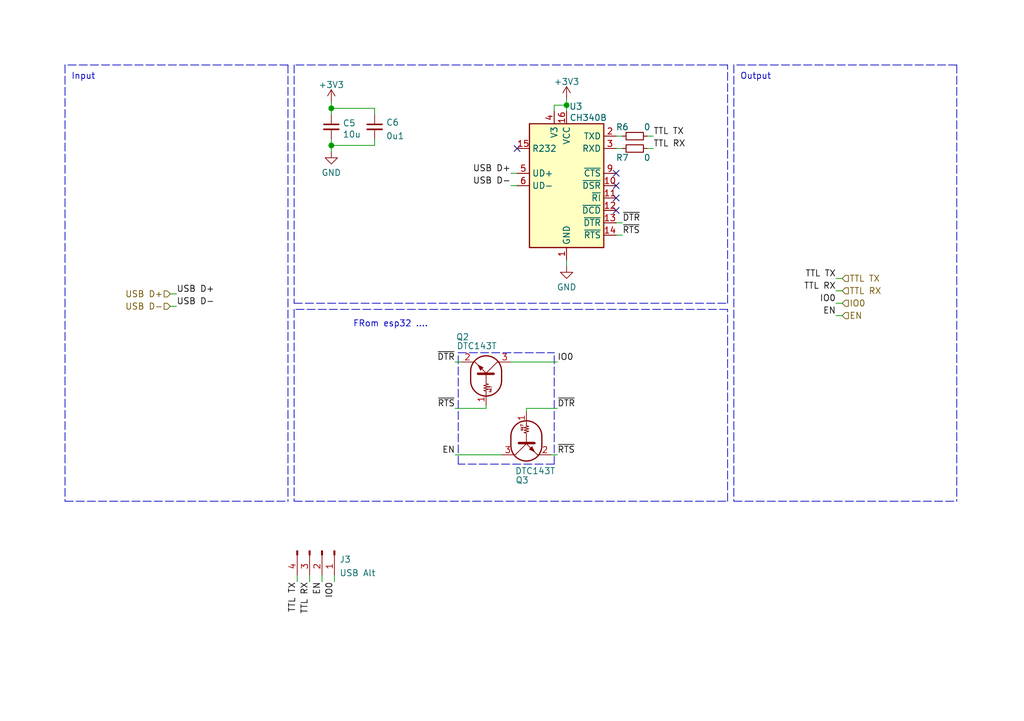
<source format=kicad_sch>
(kicad_sch (version 20210621) (generator eeschema)
  (paper "A5")
  (lib_symbols
    (symbol "Connector:Conn_01x04_Male" (pin_names (offset 1.016) hide)
      (property "Reference" "J" (at 0 5.08 0))
      (property "Value" "Conn_01x04_Male" (at 0 -7.62 0))
      (symbol "Conn_01x04_Male_1_1"
        (rectangle (start 0.8636 -4.953) (end 0 -5.207) (stroke (width 0.1524)) (fill (type outline)))
        (rectangle (start 0.8636 -2.413) (end 0 -2.667) (stroke (width 0.1524)) (fill (type outline)))
        (rectangle (start 0.8636 0.127) (end 0 -0.127) (stroke (width 0.1524)) (fill (type outline)))
        (rectangle (start 0.8636 2.667) (end 0 2.413) (stroke (width 0.1524)) (fill (type outline)))
        (polyline (pts (xy 1.27 -5.08) (xy 0.8636 -5.08)) (stroke (width 0.1524)))
        (polyline (pts (xy 1.27 -2.54) (xy 0.8636 -2.54)) (stroke (width 0.1524)))
        (polyline (pts (xy 1.27 0) (xy 0.8636 0)) (stroke (width 0.1524)))
        (polyline (pts (xy 1.27 2.54) (xy 0.8636 2.54)) (stroke (width 0.1524)))
        (pin passive line (at 5.08 2.54 180) (length 3.81) (name "Pin_1") (number "1"))
        (pin passive line (at 5.08 0 180) (length 3.81) (name "Pin_2") (number "2"))
        (pin passive line (at 5.08 -2.54 180) (length 3.81) (name "Pin_3") (number "3"))
        (pin passive line (at 5.08 -5.08 180) (length 3.81) (name "Pin_4") (number "4"))
      )
    )
    (symbol "Device:C_Small" (pin_numbers hide) (pin_names (offset 0.254) hide)
      (property "Reference" "C" (at 0.254 1.778 0))
      (property "Value" "C_Small" (at 0.254 -2.032 0))
      (symbol "C_Small_0_1"
        (polyline (pts (xy -1.524 -0.508) (xy 1.524 -0.508)) (stroke (width 0.3302)))
        (polyline (pts (xy -1.524 0.508) (xy 1.524 0.508)) (stroke (width 0.3048)))
      )
      (symbol "C_Small_1_1"
        (pin passive line (at 0 2.54 270) (length 2.032) (name "~") (number "1"))
        (pin passive line (at 0 -2.54 90) (length 2.032) (name "~") (number "2"))
      )
    )
    (symbol "Device:R_Small" (pin_numbers hide) (pin_names (offset 0.254) hide)
      (property "Reference" "R" (at 0.762 0.508 0))
      (property "Value" "R_Small" (at 0.762 -1.016 0))
      (symbol "R_Small_0_1"
        (rectangle (start -0.762 1.778) (end 0.762 -1.778) (stroke (width 0.2032)))
      )
      (symbol "R_Small_1_1"
        (pin passive line (at 0 2.54 270) (length 0.762) (name "~") (number "1"))
        (pin passive line (at 0 -2.54 90) (length 0.762) (name "~") (number "2"))
      )
    )
    (symbol "Interface_USB:CH340C"
      (property "Reference" "U" (at -5.08 13.97 0))
      (property "Value" "CH340C" (at 1.27 13.97 0))
      (symbol "CH340C_0_1"
        (rectangle (start -7.62 12.7) (end 7.62 -12.7) (stroke (width 0.254)) (fill (type background)))
      )
      (symbol "CH340C_1_1"
        (pin power_in line (at 0 -15.24 90) (length 2.54) (name "GND") (number "1"))
        (pin input line (at 10.16 0 180) (length 2.54) (name "~{DSR}") (number "10"))
        (pin input line (at 10.16 -2.54 180) (length 2.54) (name "~{RI}") (number "11"))
        (pin input line (at 10.16 -5.08 180) (length 2.54) (name "~{DCD}") (number "12"))
        (pin output line (at 10.16 -7.62 180) (length 2.54) (name "~{DTR}") (number "13"))
        (pin output line (at 10.16 -10.16 180) (length 2.54) (name "~{RTS}") (number "14"))
        (pin input line (at -10.16 7.62 0) (length 2.54) (name "R232") (number "15"))
        (pin power_in line (at 0 15.24 270) (length 2.54) (name "VCC") (number "16"))
        (pin output line (at 10.16 10.16 180) (length 2.54) (name "TXD") (number "2"))
        (pin input line (at 10.16 7.62 180) (length 2.54) (name "RXD") (number "3"))
        (pin passive line (at -2.54 15.24 270) (length 2.54) (name "V3") (number "4"))
        (pin bidirectional line (at -10.16 2.54 0) (length 2.54) (name "UD+") (number "5"))
        (pin bidirectional line (at -10.16 0 0) (length 2.54) (name "UD-") (number "6"))
        (pin no_connect line (at -7.62 -7.62 0) (length 2.54) hide (name "NC") (number "7"))
        (pin no_connect line (at -7.62 -10.16 0) (length 2.54) hide (name "NC") (number "8"))
        (pin input line (at 10.16 2.54 180) (length 2.54) (name "~{CTS}") (number "9"))
      )
    )
    (symbol "Transistor_BJT:DTC143T" (pin_names (offset 0) hide)
      (property "Reference" "Q" (at 5.08 1.905 0))
      (property "Value" "DTC143T" (at 5.08 0 0))
      (symbol "DTC143T_0_0"
        (text "4k7" (at -3.048 0.889 0) (effects (font (size 0.508 0.508))))
        (polyline (pts (xy 2.54 -2.286) (xy 2.54 -2.54)))
      )
      (symbol "DTC143T_0_1"
        (arc (start -1.27 3.175) (end -1.27 -3.175) (radius (at -1.27 0) (length 3.175) (angles 90.1 -90.1)) (stroke (width 0.254)))
        (arc (start 0.635 -3.175) (end 0.635 3.175) (radius (at 0.635 0) (length 3.175) (angles -89.9 89.9)) (stroke (width 0.254)))
        (polyline (pts (xy -3.429 0) (xy -3.81 0)))
        (polyline (pts (xy -1.27 -3.175) (xy 0.635 -3.175)) (stroke (width 0.254)))
        (polyline (pts (xy -1.27 3.175) (xy 0.635 3.175)) (stroke (width 0.254)))
        (polyline (pts (xy 0 -0.254) (xy 2.54 2.286)))
        (polyline (pts (xy 2.54 2.286) (xy 2.54 2.54)))
        (polyline (pts (xy 2.54 -2.286) (xy 0 0.254) (xy 0 0.254)))
        (polyline (pts (xy 0 0) (xy -1.905 0) (xy -2.032 0.508) (xy -2.286 -0.508) (xy -2.54 0.508) (xy -2.794 -0.508) (xy -3.048 0.508) (xy -3.302 -0.508) (xy -3.429 0)))
        (polyline (pts (xy 0.127 1.524) (xy 0.127 -1.651)) (stroke (width 0.508)) (fill (type outline)))
        (polyline (pts (xy 0.889 -1.143) (xy 1.397 -0.635) (xy 1.905 -1.651) (xy 0.889 -1.143)) (fill (type outline)))
      )
      (symbol "DTC143T_1_1"
        (pin input line (at -6.35 0 0) (length 2.54) (name "B") (number "1"))
        (pin passive line (at 2.54 -5.08 90) (length 2.54) (name "E") (number "2"))
        (pin passive line (at 2.54 5.08 270) (length 2.54) (name "C") (number "3"))
      )
    )
    (symbol "power:+3.3V" (power) (pin_names (offset 0))
      (property "Value" "+3.3V" (at 0 3.556 0))
      (symbol "+3.3V_0_1"
        (polyline (pts (xy -0.762 1.27) (xy 0 2.54)))
        (polyline (pts (xy 0 0) (xy 0 2.54)))
        (polyline (pts (xy 0 2.54) (xy 0.762 1.27)))
      )
      (symbol "+3.3V_1_1"
        (pin power_in line (at 0 0 90) (length 0) hide (name "+3V3") (number "1"))
      )
    )
    (symbol "power:GND" (power) (pin_names (offset 0))
      (property "Value" "GND" (at 0 -3.81 0))
      (symbol "GND_0_1"
        (polyline (pts (xy 0 0) (xy 0 -1.27) (xy 1.27 -1.27) (xy 0 -2.54) (xy -1.27 -1.27) (xy 0 -1.27)))
      )
      (symbol "GND_1_1"
        (pin power_in line (at 0 0 270) (length 0) hide (name "GND") (number "1"))
      )
    )
  )
  (junction (at 67.945 22.225) (diameter 1.016))
  (junction (at 67.945 29.845) (diameter 1.016))
  (junction (at 116.205 21.59) (diameter 1.016))
  (no_connect (at 106.045 30.48))
  (no_connect (at 126.365 35.56))
  (no_connect (at 126.365 38.1))
  (no_connect (at 126.365 40.64))
  (no_connect (at 126.365 43.18))
  (wire (pts (xy 34.925 60.325) (xy 36.195 60.325)))
  (wire (pts (xy 34.925 62.865) (xy 36.195 62.865)))
  (wire (pts (xy 60.96 118.11) (xy 60.96 119.38)))
  (wire (pts (xy 63.5 118.11) (xy 63.5 119.38)))
  (wire (pts (xy 66.04 118.11) (xy 66.04 119.38)))
  (wire (pts (xy 67.945 20.955) (xy 67.945 22.225)))
  (wire (pts (xy 67.945 22.225) (xy 67.945 23.495)))
  (wire (pts (xy 67.945 28.575) (xy 67.945 29.845)))
  (wire (pts (xy 67.945 29.845) (xy 67.945 31.115)))
  (wire (pts (xy 68.58 118.11) (xy 68.58 119.38)))
  (wire (pts (xy 76.835 22.225) (xy 67.945 22.225)))
  (wire (pts (xy 76.835 23.495) (xy 76.835 22.225)))
  (wire (pts (xy 76.835 28.575) (xy 76.835 29.845)))
  (wire (pts (xy 76.835 29.845) (xy 67.945 29.845)))
  (wire (pts (xy 93.345 74.295) (xy 94.615 74.295)))
  (wire (pts (xy 93.345 83.82) (xy 99.695 83.82)))
  (wire (pts (xy 93.345 93.345) (xy 102.87 93.345)))
  (wire (pts (xy 99.695 83.82) (xy 99.695 83.185)))
  (wire (pts (xy 104.775 35.56) (xy 106.045 35.56)))
  (wire (pts (xy 104.775 38.1) (xy 106.045 38.1)))
  (wire (pts (xy 104.775 74.295) (xy 114.3 74.295)))
  (wire (pts (xy 107.95 83.82) (xy 114.3 83.82)))
  (wire (pts (xy 107.95 84.455) (xy 107.95 83.82)))
  (wire (pts (xy 113.03 93.345) (xy 114.3 93.345)))
  (wire (pts (xy 113.665 21.59) (xy 116.205 21.59)))
  (wire (pts (xy 113.665 22.86) (xy 113.665 21.59)))
  (wire (pts (xy 116.205 20.32) (xy 116.205 21.59)))
  (wire (pts (xy 116.205 21.59) (xy 116.205 22.86)))
  (wire (pts (xy 116.205 53.34) (xy 116.205 54.61)))
  (wire (pts (xy 126.365 27.94) (xy 127.635 27.94)))
  (wire (pts (xy 126.365 30.48) (xy 127.635 30.48)))
  (wire (pts (xy 126.365 45.72) (xy 127.635 45.72)))
  (wire (pts (xy 126.365 48.26) (xy 127.635 48.26)))
  (wire (pts (xy 132.715 27.94) (xy 133.985 27.94)))
  (wire (pts (xy 132.715 30.48) (xy 133.985 30.48)))
  (wire (pts (xy 171.45 57.15) (xy 172.72 57.15)))
  (wire (pts (xy 171.45 59.69) (xy 172.72 59.69)))
  (wire (pts (xy 171.45 62.23) (xy 172.72 62.23)))
  (wire (pts (xy 171.45 64.77) (xy 172.72 64.77)))
  (polyline (pts (xy 13.335 13.335) (xy 13.335 102.87)) (stroke (width 0) (type dash)))
  (polyline (pts (xy 13.335 102.87) (xy 59.055 102.87)) (stroke (width 0) (type dash)))
  (polyline (pts (xy 59.055 13.335) (xy 13.335 13.335)) (stroke (width 0) (type dash)))
  (polyline (pts (xy 59.055 13.335) (xy 59.055 102.87)) (stroke (width 0) (type dash)))
  (polyline (pts (xy 60.325 13.335) (xy 60.325 62.23)) (stroke (width 0) (type dash)))
  (polyline (pts (xy 60.325 62.23) (xy 149.225 62.23)) (stroke (width 0) (type dash)))
  (polyline (pts (xy 60.325 63.5) (xy 60.325 102.87)) (stroke (width 0) (type dash)))
  (polyline (pts (xy 60.325 102.87) (xy 149.225 102.87)) (stroke (width 0) (type dash)))
  (polyline (pts (xy 93.98 72.39) (xy 113.665 72.39)) (stroke (width 0) (type dash)))
  (polyline (pts (xy 93.98 95.25) (xy 93.98 72.39)) (stroke (width 0) (type dash)))
  (polyline (pts (xy 113.665 95.25) (xy 93.98 95.25)) (stroke (width 0) (type dash)))
  (polyline (pts (xy 113.665 95.25) (xy 113.665 72.39)) (stroke (width 0) (type dash)))
  (polyline (pts (xy 149.225 13.335) (xy 60.325 13.335)) (stroke (width 0) (type dash)))
  (polyline (pts (xy 149.225 62.23) (xy 149.225 13.335)) (stroke (width 0) (type dash)))
  (polyline (pts (xy 149.225 63.5) (xy 60.325 63.5)) (stroke (width 0) (type dash)))
  (polyline (pts (xy 149.225 102.87) (xy 149.225 63.5)) (stroke (width 0) (type dash)))
  (polyline (pts (xy 150.495 13.335) (xy 150.495 102.87)) (stroke (width 0) (type dash)))
  (polyline (pts (xy 150.495 102.87) (xy 196.215 102.87)) (stroke (width 0) (type dash)))
  (polyline (pts (xy 196.215 13.335) (xy 150.495 13.335)) (stroke (width 0) (type dash)))
  (polyline (pts (xy 196.215 13.335) (xy 196.215 102.87)) (stroke (width 0) (type dash)))
  (text "Input\n" (at 14.605 16.51 0) (effects (font (size 1.27 1.27)) (justify left bottom)))
  (text "FRom esp32 ....\n" (at 72.39 67.31 0) (effects (font (size 1.27 1.27)) (justify left bottom)))
  (text "Output" (at 151.765 16.51 0) (effects (font (size 1.27 1.27)) (justify left bottom)))
  (label "USB D+" (at 36.195 60.325 0))
  (label "USB D-" (at 36.195 62.865 0))
  (label "TTL TX" (at 60.96 119.38 270))
  (label "TTL RX" (at 63.5 119.38 270))
  (label "EN" (at 66.04 119.38 270))
  (label "IO0" (at 68.58 119.38 270))
  (label "~{DTR}" (at 93.345 74.295 180))
  (label "~{RTS}" (at 93.345 83.82 180))
  (label "EN" (at 93.345 93.345 180))
  (label "USB D+" (at 104.775 35.56 180))
  (label "USB D-" (at 104.775 38.1 180))
  (label "IO0" (at 114.3 74.295 0))
  (label "~{DTR}" (at 114.3 83.82 0))
  (label "~{RTS}" (at 114.3 93.345 0))
  (label "~{DTR}" (at 127.635 45.72 0))
  (label "~{RTS}" (at 127.635 48.26 0))
  (label "TTL TX" (at 133.985 27.94 0))
  (label "TTL RX" (at 133.985 30.48 0))
  (label "TTL TX" (at 171.45 57.15 180))
  (label "TTL RX" (at 171.45 59.69 180))
  (label "IO0" (at 171.45 62.23 180))
  (label "EN" (at 171.45 64.77 180))
  (hierarchical_label "USB D+" (shape input) (at 34.925 60.325 180))
  (hierarchical_label "USB D-" (shape input) (at 34.925 62.865 180))
  (hierarchical_label "TTL TX" (shape input) (at 172.72 57.15 0))
  (hierarchical_label "TTL RX" (shape input) (at 172.72 59.69 0))
  (hierarchical_label "IO0" (shape input) (at 172.72 62.23 0))
  (hierarchical_label "EN" (shape input) (at 172.72 64.77 0))
  (symbol (lib_id "power:+3.3V") (at 67.945 20.955 0) (unit 1)
    (property "Reference" "#PWR0179" (effects hide))
    (property "Value" "+3.3V" (at 67.945 17.4076 0))
  )
  (symbol (lib_id "power:+3.3V") (at 116.205 20.32 0) (unit 1)
    (property "Reference" "#PWR0168" (effects hide))
    (property "Value" "+3.3V" (at 116.205 16.7726 0))
  )
  (symbol (lib_id "power:GND") (at 67.945 31.115 0) (unit 1)
    (property "Reference" "#PWR0180" (effects hide))
    (property "Value" "GND" (at 67.945 35.4394 0))
  )
  (symbol (lib_id "power:GND") (at 116.205 54.61 0) (unit 1)
    (property "Reference" "#PWR0178" (effects hide))
    (property "Value" "GND" (at 116.205 58.9344 0))
  )
  (symbol (lib_id "Device:R_Small") (at 130.175 27.94 90) (unit 1)
    (property "Reference" "R6" (at 127.635 26.0689 90))
    (property "Value" "0" (at 132.715 26.0689 90))
    (property "Footprint" "Resistor_SMD:R_1206_3216Metric" (effects hide))
    (property "LCSC Part" "C17888" (effects hide))
  )
  (symbol (lib_id "Device:R_Small") (at 130.175 30.48 90) (mirror x) (unit 1)
    (property "Reference" "R7" (at 127.635 32.3511 90))
    (property "Value" "0" (at 132.715 32.3511 90))
    (property "Footprint" "Resistor_SMD:R_1206_3216Metric" (effects hide))
    (property "LCSC Part" "C17888" (effects hide))
  )
  (symbol (lib_id "Device:C_Small") (at 67.945 26.035 0) (unit 1)
    (property "Reference" "C5" (at 70.2692 25.2741 0) (effects (justify left)))
    (property "Value" "10u" (at 70.2692 27.5728 0) (effects (justify left)))
    (property "Footprint" "Capacitor_SMD:C_0603_1608Metric" (effects hide))
    (property "LCSC Part" "C19702" (effects hide))
  )
  (symbol (lib_id "Device:C_Small") (at 76.835 26.035 0) (unit 1)
    (property "Reference" "C6" (at 79.1592 25.1265 0) (effects (justify left)))
    (property "Value" "0u1" (at 79.1592 27.9016 0) (effects (justify left)))
    (property "Footprint" "Capacitor_SMD:C_0603_1608Metric" (effects hide))
    (property "LCSC Part" "C14663" (effects hide))
  )
  (symbol (lib_id "Connector:Conn_01x04_Male") (at 66.04 113.03 270) (unit 1)
    (property "Reference" "J3" (at 69.5961 114.8139 90) (effects (justify left)))
    (property "Value" "USB Alt" (at 69.5961 117.589 90) (effects (justify left)))
    (property "Footprint" "Connector_PinSocket_2.54mm:PinSocket_1x04_P2.54mm_Vertical" (effects hide))
  )
  (symbol (lib_id "Transistor_BJT:DTC143T") (at 99.695 76.835 270) (mirror x) (unit 1)
    (property "Reference" "Q2" (at 93.495 69.165 90) (effects (justify left)))
    (property "Value" "DTC143T" (at 93.6128 70.9929 90) (effects (justify left)))
    (property "Footprint" "Package_TO_SOT_SMD:SOT-323_SC-70" (effects hide))
    (property "LCSC Part" "C122986" (effects hide))
  )
  (symbol (lib_id "Transistor_BJT:DTC143T") (at 107.95 90.805 90) (mirror x) (unit 1)
    (property "Reference" "Q3" (at 108.4591 98.5521 90) (effects (justify left)))
    (property "Value" "DTC143T" (at 113.9328 96.6471 90) (effects (justify left)))
    (property "Footprint" "Package_TO_SOT_SMD:SOT-323_SC-70" (effects hide))
    (property "LCSC Part" "C122986" (effects hide))
  )
  (symbol (lib_id "Interface_USB:CH340C") (at 116.205 38.1 0) (unit 1)
    (property "Reference" "U3" (at 118.11 21.8504 0))
    (property "Value" "CH340B" (at 120.65 24.1491 0))
    (property "Footprint" "Package_SO:SOIC-16_3.9x9.9mm_P1.27mm" (effects hide))
    (property "Datasheet" "https://datasheet.lcsc.com/szlcsc/Jiangsu-Qin-Heng-CH340C_C84681.pdf" (effects hide))
    (property "LCSC Part" "C81010" (effects hide))
  )
)
</source>
